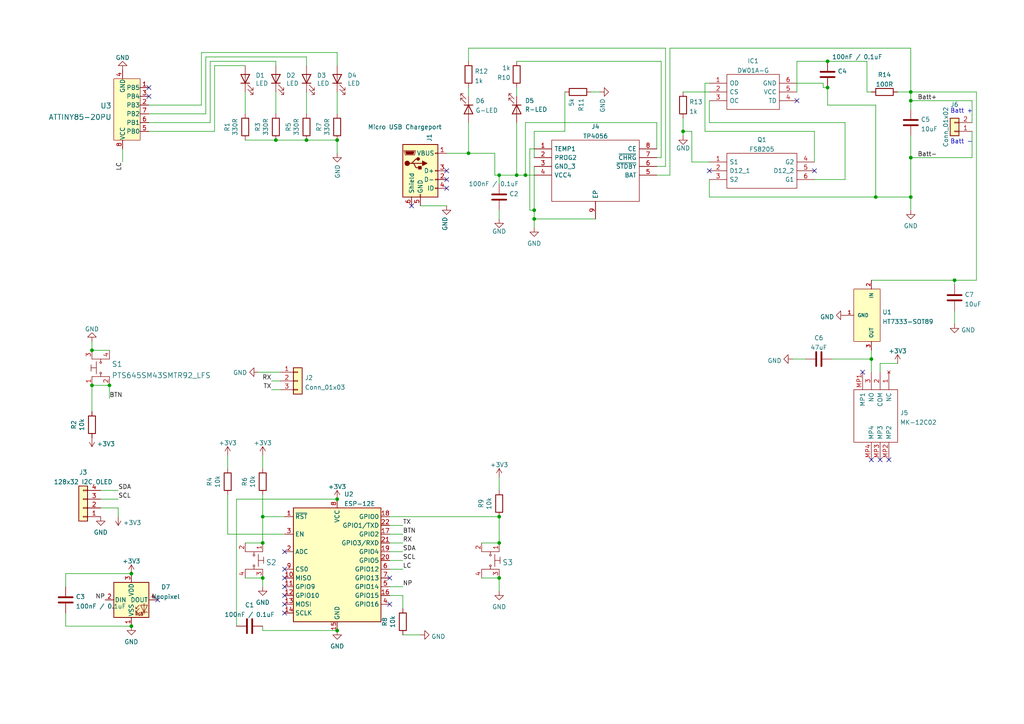
<source format=kicad_sch>
(kicad_sch (version 20211123) (generator eeschema)
  (paper "A4")
  (title_block (title "TopiBadge") (date "2022-02-12") (rev "v3.1") (comment 1 "Run of an 18650 and fixed ht7333 circuit") (comment 2 "creativecommons.org/licenses/by/4.0") (comment 3 "License: CC BY 4.0") (comment 4 "Author: Robert Postma"))
  (lib_symbols
    (symbol "BH-18650-PC:BH-18650-PC" (pin_names (offset 1.016) hide)
      (property "Reference" "BT" (at -3.81 3.81 0))
      (property "Value" "BH-18650-PC" (at -3.81 -5.08 0))
      (symbol "BH-18650-PC_0_0"
        (polyline (pts (xy -5.08 1.905) (xy -3.81 1.905)) (stroke (width 0.254)))
        (polyline (pts (xy -4.445 2.54) (xy -4.445 1.27)) (stroke (width 0.254)))
        (polyline (pts (xy -2.54 2.54) (xy -2.54 -2.54)) (stroke (width 0.254)))
        (polyline (pts (xy 0 1.27) (xy 0 -1.27)) (stroke (width 0.254)))
        (pin passive line (at 5.08 0 180) (length 5.08) (name "~") (number "N"))
        (pin passive line (at -7.62 0 0) (length 5.08) (name "~") (number "P"))
      )
    )
    (symbol "Connector:USB_B_Micro" (pin_names (offset 1.016))
      (property "Reference" "J" (at -5.08 11.43 0))
      (property "Value" "USB_B_Micro" (at -5.08 8.89 0))
      (symbol "USB_B_Micro_0_1"
        (rectangle (start -5.08 -7.62) (end 5.08 7.62) (stroke (width 0.254)) (fill (type background)))
        (circle (center -3.81 2.159) (radius 0.635) (stroke (width 0.254)) (fill (type outline)))
        (circle (center -0.635 3.429) (radius 0.381) (stroke (width 0.254)) (fill (type outline)))
        (rectangle (start -0.127 -7.62) (end 0.127 -6.858))
        (polyline (pts (xy -1.905 2.159) (xy 0.635 2.159)) (stroke (width 0.254)))
        (polyline (pts (xy -3.175 2.159) (xy -2.54 2.159) (xy -1.27 3.429) (xy -0.635 3.429)) (stroke (width 0.254)))
        (polyline (pts (xy -2.54 2.159) (xy -1.905 2.159) (xy -1.27 0.889) (xy 0 0.889)) (stroke (width 0.254)))
        (polyline (pts (xy 0.635 2.794) (xy 0.635 1.524) (xy 1.905 2.159) (xy 0.635 2.794)) (stroke (width 0.254)) (fill (type outline)))
        (polyline (pts (xy -4.318 5.588) (xy -1.778 5.588) (xy -2.032 4.826) (xy -4.064 4.826) (xy -4.318 5.588)) (fill (type outline)))
        (polyline (pts (xy -4.699 5.842) (xy -4.699 5.588) (xy -4.445 4.826) (xy -4.445 4.572) (xy -1.651 4.572) (xy -1.651 4.826) (xy -1.397 5.588) (xy -1.397 5.842) (xy -4.699 5.842)))
        (rectangle (start 0.254 1.27) (end -0.508 0.508) (stroke (width 0.254)) (fill (type outline)))
        (rectangle (start 5.08 -5.207) (end 4.318 -4.953))
        (rectangle (start 5.08 -2.667) (end 4.318 -2.413))
        (rectangle (start 5.08 -0.127) (end 4.318 0.127))
        (rectangle (start 5.08 4.953) (end 4.318 5.207))
      )
      (symbol "USB_B_Micro_1_1"
        (pin power_out line (at 7.62 5.08 180) (length 2.54) (name "VBUS") (number "1"))
        (pin bidirectional line (at 7.62 -2.54 180) (length 2.54) (name "D-") (number "2"))
        (pin bidirectional line (at 7.62 0 180) (length 2.54) (name "D+") (number "3"))
        (pin passive line (at 7.62 -5.08 180) (length 2.54) (name "ID") (number "4"))
        (pin power_out line (at 0 -10.16 90) (length 2.54) (name "GND") (number "5"))
        (pin passive line (at -2.54 -10.16 90) (length 2.54) (name "Shield") (number "6"))
      )
    )
    (symbol "Connector_Generic:Conn_01x02" (pin_names (offset 1.016) hide)
      (property "Reference" "J" (at 0 2.54 0))
      (property "Value" "Conn_01x02" (at 0 -5.08 0))
      (symbol "Conn_01x02_1_1"
        (rectangle (start -1.27 -2.413) (end 0 -2.667) (stroke (width 0.1524)))
        (rectangle (start -1.27 0.127) (end 0 -0.127) (stroke (width 0.1524)))
        (rectangle (start -1.27 1.27) (end 1.27 -3.81) (stroke (width 0.254)) (fill (type background)))
        (pin passive line (at -5.08 0 0) (length 3.81) (name "Pin_1") (number "1"))
        (pin passive line (at -5.08 -2.54 0) (length 3.81) (name "Pin_2") (number "2"))
      )
    )
    (symbol "Connector_Generic:Conn_01x03" (pin_names (offset 1.016) hide)
      (property "Reference" "J" (at 0 5.08 0))
      (property "Value" "Conn_01x03" (at 0 -5.08 0))
      (symbol "Conn_01x03_1_1"
        (rectangle (start -1.27 -2.413) (end 0 -2.667) (stroke (width 0.1524)))
        (rectangle (start -1.27 0.127) (end 0 -0.127) (stroke (width 0.1524)))
        (rectangle (start -1.27 2.667) (end 0 2.413) (stroke (width 0.1524)))
        (rectangle (start -1.27 3.81) (end 1.27 -3.81) (stroke (width 0.254)) (fill (type background)))
        (pin passive line (at -5.08 2.54 0) (length 3.81) (name "Pin_1") (number "1"))
        (pin passive line (at -5.08 0 0) (length 3.81) (name "Pin_2") (number "2"))
        (pin passive line (at -5.08 -2.54 0) (length 3.81) (name "Pin_3") (number "3"))
      )
    )
    (symbol "Connector_Generic:Conn_01x04" (pin_names (offset 1.016) hide)
      (property "Reference" "J" (at 0 5.08 0))
      (property "Value" "Conn_01x04" (at 0 -7.62 0))
      (symbol "Conn_01x04_1_1"
        (rectangle (start -1.27 -4.953) (end 0 -5.207) (stroke (width 0.1524)))
        (rectangle (start -1.27 -2.413) (end 0 -2.667) (stroke (width 0.1524)))
        (rectangle (start -1.27 0.127) (end 0 -0.127) (stroke (width 0.1524)))
        (rectangle (start -1.27 2.667) (end 0 2.413) (stroke (width 0.1524)))
        (rectangle (start -1.27 3.81) (end 1.27 -6.35) (stroke (width 0.254)) (fill (type background)))
        (pin passive line (at -5.08 2.54 0) (length 3.81) (name "Pin_1") (number "1"))
        (pin passive line (at -5.08 0 0) (length 3.81) (name "Pin_2") (number "2"))
        (pin passive line (at -5.08 -2.54 0) (length 3.81) (name "Pin_3") (number "3"))
        (pin passive line (at -5.08 -5.08 0) (length 3.81) (name "Pin_4") (number "4"))
      )
    )
    (symbol "DW01A-G:DW01A-G" (pin_names (offset 0.762))
      (property "Reference" "IC" (at 21.59 7.62 0))
      (property "Value" "DW01A-G" (at 21.59 5.08 0))
      (symbol "DW01A-G_0_0"
        (pin passive line (at 0 0 0) (length 5.08) (name "OD") (number "1"))
        (pin passive line (at 0 -2.54 0) (length 5.08) (name "CS") (number "2"))
        (pin passive line (at 0 -5.08 0) (length 5.08) (name "OC") (number "3"))
        (pin passive line (at 25.4 -5.08 180) (length 5.08) (name "TD") (number "4"))
        (pin passive line (at 25.4 -2.54 180) (length 5.08) (name "VCC") (number "5"))
        (pin passive line (at 25.4 0 180) (length 5.08) (name "GND") (number "6"))
      )
      (symbol "DW01A-G_0_1"
        (polyline (pts (xy 5.08 2.54) (xy 20.32 2.54) (xy 20.32 -7.62) (xy 5.08 -7.62) (xy 5.08 2.54)) (stroke (width 0.1524)))
      )
    )
    (symbol "Device:C" (pin_numbers hide) (pin_names (offset 0.254))
      (property "Reference" "C" (at 0.635 2.54 0))
      (property "Value" "C" (at 0.635 -2.54 0))
      (symbol "C_0_1"
        (polyline (pts (xy -2.032 -0.762) (xy 2.032 -0.762)) (stroke (width 0.508)))
        (polyline (pts (xy -2.032 0.762) (xy 2.032 0.762)) (stroke (width 0.508)))
      )
      (symbol "C_1_1"
        (pin passive line (at 0 3.81 270) (length 2.794) (name "~") (number "1"))
        (pin passive line (at 0 -3.81 90) (length 2.794) (name "~") (number "2"))
      )
    )
    (symbol "Device:LED" (pin_numbers hide) (pin_names (offset 1.016) hide)
      (property "Reference" "D" (at 0 2.54 0))
      (property "Value" "LED" (at 0 -2.54 0))
      (symbol "LED_0_1"
        (polyline (pts (xy -1.27 -1.27) (xy -1.27 1.27)) (stroke (width 0.254)))
        (polyline (pts (xy -1.27 0) (xy 1.27 0)))
        (polyline (pts (xy 1.27 -1.27) (xy 1.27 1.27) (xy -1.27 0) (xy 1.27 -1.27)) (stroke (width 0.254)))
        (polyline (pts (xy -3.048 -0.762) (xy -4.572 -2.286) (xy -3.81 -2.286) (xy -4.572 -2.286) (xy -4.572 -1.524)))
        (polyline (pts (xy -1.778 -0.762) (xy -3.302 -2.286) (xy -2.54 -2.286) (xy -3.302 -2.286) (xy -3.302 -1.524)))
      )
      (symbol "LED_1_1"
        (pin passive line (at -3.81 0 0) (length 2.54) (name "K") (number "1"))
        (pin passive line (at 3.81 0 180) (length 2.54) (name "A") (number "2"))
      )
    )
    (symbol "Device:R" (pin_numbers hide) (pin_names (offset 0))
      (property "Reference" "R" (at 2.032 0 90))
      (property "Value" "R" (at 0 0 90))
      (symbol "R_0_1"
        (rectangle (start -1.016 -2.54) (end 1.016 2.54) (stroke (width 0.254)))
      )
      (symbol "R_1_1"
        (pin passive line (at 0 3.81 270) (length 1.27) (name "~") (number "1"))
        (pin passive line (at 0 -3.81 90) (length 1.27) (name "~") (number "2"))
      )
    )
    (symbol "FS8205:FS8205" (pin_names (offset 0.762))
      (property "Reference" "Q" (at 26.67 7.62 0))
      (property "Value" "FS8205" (at 26.67 5.08 0))
      (symbol "FS8205_0_0"
        (pin passive line (at 0 0 0) (length 5.08) (name "S1") (number "1"))
        (pin passive line (at 0 -2.54 0) (length 5.08) (name "D12_1") (number "2"))
        (pin passive line (at 0 -5.08 0) (length 5.08) (name "S2") (number "3"))
        (pin passive line (at 30.48 0 180) (length 5.08) (name "G2") (number "4"))
        (pin passive line (at 30.48 -2.54 180) (length 5.08) (name "D12_2") (number "5"))
        (pin passive line (at 30.48 -5.08 180) (length 5.08) (name "G1") (number "6"))
      )
      (symbol "FS8205_0_1"
        (polyline (pts (xy 5.08 2.54) (xy 25.4 2.54) (xy 25.4 -7.62) (xy 5.08 -7.62) (xy 5.08 2.54)) (stroke (width 0.1524)))
      )
    )
    (symbol "LED:SK6812" (pin_names (offset 0.254))
      (property "Reference" "D" (at 5.08 5.715 0))
      (property "Value" "SK6812" (at 1.27 -5.715 0))
      (symbol "SK6812_0_0"
        (text "RGB" (at 2.286 -4.191 0) (effects (font (size 0.762 0.762))))
      )
      (symbol "SK6812_0_1"
        (polyline (pts (xy 1.27 -3.556) (xy 1.778 -3.556)))
        (polyline (pts (xy 1.27 -2.54) (xy 1.778 -2.54)))
        (polyline (pts (xy 4.699 -3.556) (xy 2.667 -3.556)))
        (polyline (pts (xy 2.286 -2.54) (xy 1.27 -3.556) (xy 1.27 -3.048)))
        (polyline (pts (xy 2.286 -1.524) (xy 1.27 -2.54) (xy 1.27 -2.032)))
        (polyline (pts (xy 3.683 -1.016) (xy 3.683 -3.556) (xy 3.683 -4.064)))
        (polyline (pts (xy 4.699 -1.524) (xy 2.667 -1.524) (xy 3.683 -3.556) (xy 4.699 -1.524)))
        (rectangle (start 5.08 5.08) (end -5.08 -5.08) (stroke (width 0.254)) (fill (type background)))
      )
      (symbol "SK6812_1_1"
        (pin power_in line (at 0 -7.62 90) (length 2.54) (name "VSS") (number "1"))
        (pin input line (at -7.62 0 0) (length 2.54) (name "DIN") (number "2"))
        (pin power_in line (at 0 7.62 270) (length 2.54) (name "VDD") (number "3"))
        (pin output line (at 7.62 0 180) (length 2.54) (name "DOUT") (number "4"))
      )
    )
    (symbol "MK-12C02:MK-12C02" (pin_names (offset 0.762))
      (property "Reference" "J" (at 21.59 7.62 0))
      (property "Value" "MK-12C02" (at 21.59 5.08 0))
      (symbol "MK-12C02_0_0"
        (pin no_connect line (at 0 0 0) (length 5.08) (name "NC") (number "1"))
        (pin passive line (at 0 -2.54 0) (length 5.08) (name "COM") (number "2"))
        (pin passive line (at 0 -5.08 0) (length 5.08) (name "NO") (number "3"))
        (pin passive line (at 0 -7.62 0) (length 5.08) (name "MP1") (number "MP1"))
        (pin passive line (at 25.4 0 180) (length 5.08) (name "MP2") (number "MP2"))
        (pin passive line (at 25.4 -2.54 180) (length 5.08) (name "MP3") (number "MP3"))
        (pin passive line (at 25.4 -5.08 180) (length 5.08) (name "MP4") (number "MP4"))
      )
      (symbol "MK-12C02_0_1"
        (polyline (pts (xy 5.08 2.54) (xy 20.32 2.54) (xy 20.32 -10.16) (xy 5.08 -10.16) (xy 5.08 2.54)) (stroke (width 0.1524)))
      )
    )
    (symbol "RF_Module:ESP-12E"
      (property "Reference" "U" (at -12.7 19.05 0))
      (property "Value" "ESP-12E" (at 12.7 19.05 0))
      (symbol "ESP-12E_0_1"
        (rectangle (start -12.7 17.78) (end 12.7 -15.24) (stroke (width 0.254)) (fill (type background)))
      )
      (symbol "ESP-12E_1_1"
        (pin input line (at -15.24 15.24 0) (length 2.54) (name "~{RST}") (number "1"))
        (pin bidirectional line (at -15.24 -2.54 0) (length 2.54) (name "MISO") (number "10"))
        (pin bidirectional line (at -15.24 -5.08 0) (length 2.54) (name "GPIO9") (number "11"))
        (pin bidirectional line (at -15.24 -7.62 0) (length 2.54) (name "GPIO10") (number "12"))
        (pin bidirectional line (at -15.24 -10.16 0) (length 2.54) (name "MOSI") (number "13"))
        (pin bidirectional line (at -15.24 -12.7 0) (length 2.54) (name "SCLK") (number "14"))
        (pin power_in line (at 0 -17.78 90) (length 2.54) (name "GND") (number "15"))
        (pin bidirectional line (at 15.24 -7.62 180) (length 2.54) (name "GPIO15") (number "16"))
        (pin bidirectional line (at 15.24 10.16 180) (length 2.54) (name "GPIO2") (number "17"))
        (pin bidirectional line (at 15.24 15.24 180) (length 2.54) (name "GPIO0") (number "18"))
        (pin bidirectional line (at 15.24 5.08 180) (length 2.54) (name "GPIO4") (number "19"))
        (pin input line (at -15.24 5.08 0) (length 2.54) (name "ADC") (number "2"))
        (pin bidirectional line (at 15.24 2.54 180) (length 2.54) (name "GPIO5") (number "20"))
        (pin bidirectional line (at 15.24 7.62 180) (length 2.54) (name "GPIO3/RXD") (number "21"))
        (pin bidirectional line (at 15.24 12.7 180) (length 2.54) (name "GPIO1/TXD") (number "22"))
        (pin input line (at -15.24 10.16 0) (length 2.54) (name "EN") (number "3"))
        (pin bidirectional line (at 15.24 -10.16 180) (length 2.54) (name "GPIO16") (number "4"))
        (pin bidirectional line (at 15.24 -5.08 180) (length 2.54) (name "GPIO14") (number "5"))
        (pin bidirectional line (at 15.24 0 180) (length 2.54) (name "GPIO12") (number "6"))
        (pin bidirectional line (at 15.24 -2.54 180) (length 2.54) (name "GPIO13") (number "7"))
        (pin power_in line (at 0 20.32 270) (length 2.54) (name "VCC") (number "8"))
        (pin input line (at -15.24 0 0) (length 2.54) (name "CS0") (number "9"))
      )
    )
    (symbol "TP4056:TP4056" (pin_names (offset 0.762))
      (property "Reference" "J" (at 31.75 7.62 0))
      (property "Value" "TP4056" (at 31.75 5.08 0))
      (symbol "TP4056_0_0"
        (pin passive line (at 0 0 0) (length 5.08) (name "TEMP1") (number "1"))
        (pin passive line (at 0 -2.54 0) (length 5.08) (name "PROG2") (number "2"))
        (pin passive line (at 0 -5.08 0) (length 5.08) (name "GND_3") (number "3"))
        (pin passive line (at 0 -7.62 0) (length 5.08) (name "VCC4") (number "4"))
        (pin passive line (at 35.56 -7.62 180) (length 5.08) (name "BAT") (number "5"))
        (pin passive line (at 35.56 -5.08 180) (length 5.08) (name "~{STDBY}") (number "6"))
        (pin passive line (at 35.56 -2.54 180) (length 5.08) (name "~{CHRG}") (number "7"))
        (pin passive line (at 35.56 0 180) (length 5.08) (name "CE") (number "8"))
        (pin passive line (at 17.78 -20.32 90) (length 5.08) (name "EP") (number "9"))
      )
      (symbol "TP4056_0_1"
        (polyline (pts (xy 5.08 2.54) (xy 30.48 2.54) (xy 30.48 -15.24) (xy 5.08 -15.24) (xy 5.08 2.54)) (stroke (width 0.1524)))
      )
    )
    (symbol "dk_Embedded-Microcontrollers:ATTINY85-20PU" (pin_names (offset 0.0254))
      (property "Reference" "U" (at -2.8448 8.636 0))
      (property "Value" "ATTINY85-20PU" (at 3.048 -11.43 0))
      (symbol "ATTINY85-20PU_0_1"
        (rectangle (start -2.54 7.62) (end 5.08 -10.16) (fill (type background)))
      )
      (symbol "ATTINY85-20PU_1_1"
        (pin bidirectional line (at -5.08 -7.62 0) (length 2.54) (name "PB5") (number "1"))
        (pin bidirectional line (at -5.08 -2.54 0) (length 2.54) (name "PB3") (number "2"))
        (pin bidirectional line (at -5.08 -5.08 0) (length 2.54) (name "PB4") (number "3"))
        (pin power_in line (at 2.54 -12.7 90) (length 2.54) (name "GND") (number "4"))
        (pin bidirectional line (at -5.08 5.08 0) (length 2.54) (name "PB0") (number "5"))
        (pin bidirectional line (at -5.08 2.54 0) (length 2.54) (name "PB1") (number "6"))
        (pin bidirectional line (at -5.08 0 0) (length 2.54) (name "PB2") (number "7"))
        (pin power_in line (at 2.54 10.16 270) (length 2.54) (name "VCC") (number "8"))
      )
    )
    (symbol "dk_Tactile-Switches:PTS645SM43SMTR92_LFS" (pin_names (offset 1.016))
      (property "Reference" "S" (at 0 5.08 0))
      (property "Value" "PTS645SM43SMTR92_LFS" (at 0 -5.334 0))
      (symbol "PTS645SM43SMTR92_LFS_0_1"
        (circle (center -1.524 0) (radius 0.254))
        (polyline (pts (xy -2.54 2.54) (xy -2.54 -2.54)))
        (polyline (pts (xy -1.778 0) (xy -2.54 0)))
        (polyline (pts (xy -1.778 1.27) (xy 1.778 1.27)))
        (polyline (pts (xy 2.54 -2.54) (xy 2.54 2.54)))
        (polyline (pts (xy 2.54 0) (xy 1.778 0)))
        (circle (center 1.524 0) (radius 0.254))
      )
      (symbol "PTS645SM43SMTR92_LFS_1_1"
        (polyline (pts (xy -1.016 2.794) (xy 0.889 2.794)))
        (polyline (pts (xy 0 2.794) (xy 0 1.27)))
        (pin passive line (at -5.08 2.54 0) (length 2.54) (name "~") (number "1"))
        (pin passive line (at -5.08 -2.54 0) (length 2.54) (name "~") (number "2"))
        (pin passive line (at 5.08 2.54 180) (length 2.54) (name "~") (number "3"))
        (pin passive line (at 5.08 -2.54 180) (length 2.54) (name "~") (number "4"))
      )
    )
    (symbol "eec:HT7333-SOT89" (pin_names (offset 1.016))
      (property "Reference" "U" (at 0 5.08 0))
      (property "Value" "HT7333-SOT89" (at 0 7.62 0))
      (symbol "HT7333-SOT89_1_1"
        (rectangle (start 2.54 2.54) (end 17.78 -5.08) (fill (type background)))
        (pin power_in line (at 10.16 -7.62 90) (length 2.54) (name "GND") (number "1"))
        (pin power_in line (at 0 0 0) (length 2.54) (name "IN") (number "2"))
        (pin power_in line (at 20.32 0 180) (length 2.54) (name "OUT") (number "3"))
      )
    )
    (symbol "power:+3.3V" (power) (pin_names (offset 0))
      (property "Value" "+3.3V" (at 0 3.556 0))
      (symbol "+3.3V_0_1"
        (polyline (pts (xy -0.762 1.27) (xy 0 2.54)))
        (polyline (pts (xy 0 0) (xy 0 2.54)))
        (polyline (pts (xy 0 2.54) (xy 0.762 1.27)))
      )
      (symbol "+3.3V_1_1"
        (pin power_in line (at 0 0 90) (length 0) hide (name "+3V3") (number "1"))
      )
    )
    (symbol "power:GND" (power) (pin_names (offset 0))
      (property "Value" "GND" (at 0 -3.81 0))
      (symbol "GND_0_1"
        (polyline (pts (xy 0 0) (xy 0 -1.27) (xy 1.27 -1.27) (xy 0 -2.54) (xy -1.27 -1.27) (xy 0 -1.27)))
      )
      (symbol "GND_1_1"
        (pin power_in line (at 0 0 270) (length 0) hide (name "GND") (number "1"))
      )
    )
  )
  (junction (at 144.78 167.64))
  (junction (at 97.79 40.64))
  (junction (at 135.89 44.45))
  (junction (at 240.03 17.78))
  (junction (at 38.1 166.37))
  (junction (at 76.2 149.86))
  (junction (at 38.1 181.61))
  (junction (at 198.12 38.1))
  (junction (at 97.79 182.88))
  (junction (at 276.86 81.28))
  (junction (at 264.16 26.67))
  (junction (at 264.16 45.72))
  (junction (at 154.94 60.96))
  (junction (at 144.78 157.48))
  (junction (at 144.78 149.86))
  (junction (at 264.16 57.15))
  (junction (at 154.94 63.5))
  (junction (at 88.9 40.64))
  (junction (at 252.73 104.14))
  (junction (at 31.75 111.76))
  (junction (at 97.79 144.78))
  (junction (at 144.78 50.8))
  (junction (at 152.4 50.8))
  (junction (at 26.67 111.76))
  (junction (at 80.01 40.64))
  (junction (at 264.16 29.21))
  (junction (at 76.2 167.64))
  (junction (at 149.86 50.8))
  (junction (at 26.67 101.6))
  (junction (at 240.03 25.4))
  (junction (at 76.2 157.48))
  (junction (at 254 57.15))
  (no_connect (at 250.19 107.95))
  (no_connect (at 252.73 133.35))
  (no_connect (at 257.81 133.35))
  (no_connect (at 255.27 133.35))
  (no_connect (at 113.03 175.26))
  (no_connect (at 119.38 59.69))
  (no_connect (at 129.54 54.61))
  (no_connect (at 236.22 49.53))
  (no_connect (at 205.74 49.53))
  (no_connect (at 231.14 29.21))
  (no_connect (at 82.55 177.8))
  (no_connect (at 113.03 167.64))
  (no_connect (at 82.55 160.02))
  (no_connect (at 82.55 165.1))
  (no_connect (at 82.55 167.64))
  (no_connect (at 82.55 170.18))
  (no_connect (at 82.55 172.72))
  (no_connect (at 82.55 175.26))
  (no_connect (at 45.72 173.99))
  (no_connect (at 129.54 52.07))
  (no_connect (at 129.54 49.53))
  (no_connect (at 43.18 25.4))
  (no_connect (at 43.18 27.94))
  (wire (pts (xy 241.3 104.14) (xy 252.73 104.14)))
  (wire (pts (xy 66.04 132.08) (xy 66.04 135.89)))
  (wire (pts (xy 82.55 154.94) (xy 66.04 154.94)))
  (wire (pts (xy 163.83 38.1) (xy 163.83 26.67)))
  (wire (pts (xy 240.03 17.78) (xy 251.46 17.78)))
  (wire (pts (xy 198.12 34.29) (xy 198.12 38.1)))
  (wire (pts (xy 153.67 43.18) (xy 153.67 60.96)))
  (wire (pts (xy 58.42 30.48) (xy 58.42 15.24)))
  (wire (pts (xy 76.2 182.88) (xy 76.2 181.61)))
  (wire (pts (xy 281.94 29.21) (xy 281.94 35.56)))
  (wire (pts (xy 193.04 13.97) (xy 193.04 48.26)))
  (wire (pts (xy 29.21 142.24) (xy 34.29 142.24)))
  (wire (pts (xy 113.03 165.1) (xy 116.84 165.1)))
  (wire (pts (xy 43.18 35.56) (xy 60.96 35.56)))
  (wire (pts (xy 97.79 182.88) (xy 76.2 182.88)))
  (wire (pts (xy 200.66 46.99) (xy 200.66 38.1)))
  (wire (pts (xy 60.96 17.78) (xy 80.01 17.78)))
  (wire (pts (xy 205.74 52.07) (xy 205.74 57.15)))
  (wire (pts (xy 260.35 26.67) (xy 264.16 26.67)))
  (wire (pts (xy 135.89 44.45) (xy 143.51 44.45)))
  (wire (pts (xy 236.22 52.07) (xy 245.11 52.07)))
  (wire (pts (xy 276.86 90.17) (xy 276.86 93.98)))
  (wire (pts (xy 251.46 26.67) (xy 252.73 26.67)))
  (wire (pts (xy 254 30.48) (xy 254 57.15)))
  (wire (pts (xy 255.27 105.41) (xy 260.35 105.41)))
  (wire (pts (xy 19.05 166.37) (xy 38.1 166.37)))
  (wire (pts (xy 149.86 50.8) (xy 152.4 50.8)))
  (wire (pts (xy 264.16 26.67) (xy 264.16 29.21)))
  (wire (pts (xy 264.16 57.15) (xy 264.16 60.96)))
  (wire (pts (xy 149.86 35.56) (xy 149.86 50.8)))
  (wire (pts (xy 144.78 50.8) (xy 144.78 53.34)))
  (wire (pts (xy 205.74 35.56) (xy 205.74 29.21)))
  (wire (pts (xy 252.73 104.14) (xy 252.73 107.95)))
  (wire (pts (xy 135.89 25.4) (xy 135.89 27.94)))
  (wire (pts (xy 191.77 17.78) (xy 191.77 45.72)))
  (wire (pts (xy 19.05 170.18) (xy 19.05 166.37)))
  (wire (pts (xy 264.16 39.37) (xy 264.16 45.72)))
  (wire (pts (xy 26.67 111.76) (xy 31.75 111.76)))
  (wire (pts (xy 171.45 26.67) (xy 173.99 26.67)))
  (wire (pts (xy 144.78 50.8) (xy 149.86 50.8)))
  (wire (pts (xy 149.86 17.78) (xy 191.77 17.78)))
  (wire (pts (xy 71.12 26.67) (xy 71.12 33.02)))
  (wire (pts (xy 153.67 60.96) (xy 154.94 60.96)))
  (wire (pts (xy 264.16 29.21) (xy 264.16 31.75)))
  (wire (pts (xy 26.67 111.76) (xy 26.67 119.38)))
  (wire (pts (xy 62.23 38.1) (xy 62.23 19.05)))
  (wire (pts (xy 194.31 50.8) (xy 194.31 13.97)))
  (wire (pts (xy 113.03 157.48) (xy 116.84 157.48)))
  (wire (pts (xy 149.86 25.4) (xy 149.86 27.94)))
  (wire (pts (xy 26.67 99.06) (xy 26.67 101.6)))
  (wire (pts (xy 251.46 17.78) (xy 251.46 26.67)))
  (wire (pts (xy 31.75 111.76) (xy 31.75 115.57)))
  (wire (pts (xy 231.14 17.78) (xy 231.14 26.67)))
  (wire (pts (xy 121.92 59.69) (xy 129.54 59.69)))
  (wire (pts (xy 236.22 46.99) (xy 236.22 38.1)))
  (wire (pts (xy 231.14 24.13) (xy 238.76 24.13)))
  (wire (pts (xy 74.93 107.95) (xy 81.28 107.95)))
  (wire (pts (xy 144.78 149.86) (xy 144.78 157.48)))
  (wire (pts (xy 154.94 43.18) (xy 153.67 43.18)))
  (wire (pts (xy 80.01 26.67) (xy 80.01 33.02)))
  (wire (pts (xy 76.2 143.51) (xy 76.2 149.86)))
  (wire (pts (xy 154.94 63.5) (xy 172.72 63.5)))
  (wire (pts (xy 198.12 26.67) (xy 205.74 26.67)))
  (wire (pts (xy 194.31 13.97) (xy 264.16 13.97)))
  (wire (pts (xy 19.05 177.8) (xy 19.05 181.61)))
  (wire (pts (xy 264.16 29.21) (xy 281.94 29.21)))
  (wire (pts (xy 205.74 57.15) (xy 254 57.15)))
  (wire (pts (xy 255.27 107.95) (xy 255.27 105.41)))
  (wire (pts (xy 59.69 33.02) (xy 59.69 16.51)))
  (wire (pts (xy 35.56 43.18) (xy 35.56 46.99)))
  (wire (pts (xy 139.7 167.64) (xy 144.78 167.64)))
  (wire (pts (xy 152.4 35.56) (xy 152.4 50.8)))
  (wire (pts (xy 78.74 113.03) (xy 81.28 113.03)))
  (wire (pts (xy 113.03 160.02) (xy 116.84 160.02)))
  (wire (pts (xy 264.16 45.72) (xy 281.94 45.72)))
  (wire (pts (xy 264.16 45.72) (xy 264.16 57.15)))
  (wire (pts (xy 88.9 33.02) (xy 88.9 26.67)))
  (wire (pts (xy 154.94 60.96) (xy 154.94 63.5)))
  (wire (pts (xy 238.76 25.4) (xy 240.03 25.4)))
  (wire (pts (xy 238.76 24.13) (xy 238.76 25.4)))
  (wire (pts (xy 200.66 38.1) (xy 198.12 38.1)))
  (wire (pts (xy 76.2 132.08) (xy 76.2 135.89)))
  (wire (pts (xy 154.94 63.5) (xy 154.94 66.04)))
  (wire (pts (xy 76.2 149.86) (xy 82.55 149.86)))
  (wire (pts (xy 281.94 45.72) (xy 281.94 38.1)))
  (wire (pts (xy 139.7 157.48) (xy 144.78 157.48)))
  (wire (pts (xy 205.74 46.99) (xy 200.66 46.99)))
  (wire (pts (xy 97.79 40.64) (xy 97.79 44.45)))
  (wire (pts (xy 76.2 167.64) (xy 76.2 170.18)))
  (wire (pts (xy 236.22 38.1) (xy 204.47 38.1)))
  (wire (pts (xy 113.03 172.72) (xy 116.84 172.72)))
  (wire (pts (xy 19.05 181.61) (xy 38.1 181.61)))
  (wire (pts (xy 283.21 26.67) (xy 283.21 81.28)))
  (wire (pts (xy 240.03 30.48) (xy 254 30.48)))
  (wire (pts (xy 97.79 15.24) (xy 97.79 19.05)))
  (wire (pts (xy 113.03 149.86) (xy 144.78 149.86)))
  (wire (pts (xy 198.12 38.1) (xy 198.12 39.37)))
  (wire (pts (xy 29.21 147.32) (xy 34.29 147.32)))
  (wire (pts (xy 190.5 50.8) (xy 194.31 50.8)))
  (wire (pts (xy 276.86 81.28) (xy 276.86 82.55)))
  (wire (pts (xy 144.78 138.43) (xy 144.78 142.24)))
  (wire (pts (xy 154.94 38.1) (xy 154.94 45.72)))
  (wire (pts (xy 80.01 17.78) (xy 80.01 19.05)))
  (wire (pts (xy 60.96 35.56) (xy 60.96 17.78)))
  (wire (pts (xy 231.14 17.78) (xy 240.03 17.78)))
  (wire (pts (xy 116.84 172.72) (xy 116.84 176.53)))
  (wire (pts (xy 26.67 101.6) (xy 31.75 101.6)))
  (wire (pts (xy 143.51 44.45) (xy 143.51 50.8)))
  (wire (pts (xy 76.2 149.86) (xy 76.2 157.48)))
  (wire (pts (xy 143.51 50.8) (xy 144.78 50.8)))
  (wire (pts (xy 135.89 35.56) (xy 135.89 44.45)))
  (wire (pts (xy 193.04 48.26) (xy 190.5 48.26)))
  (wire (pts (xy 204.47 38.1) (xy 204.47 24.13)))
  (wire (pts (xy 252.73 101.6) (xy 252.73 104.14)))
  (wire (pts (xy 191.77 45.72) (xy 190.5 45.72)))
  (wire (pts (xy 43.18 30.48) (xy 58.42 30.48)))
  (wire (pts (xy 245.11 52.07) (xy 245.11 35.56)))
  (wire (pts (xy 71.12 167.64) (xy 76.2 167.64)))
  (wire (pts (xy 97.79 144.78) (xy 68.58 144.78)))
  (wire (pts (xy 154.94 48.26) (xy 154.94 60.96)))
  (wire (pts (xy 135.89 13.97) (xy 193.04 13.97)))
  (wire (pts (xy 113.03 154.94) (xy 116.84 154.94)))
  (wire (pts (xy 154.94 38.1) (xy 163.83 38.1)))
  (wire (pts (xy 78.74 110.49) (xy 81.28 110.49)))
  (wire (pts (xy 204.47 24.13) (xy 205.74 24.13)))
  (wire (pts (xy 152.4 50.8) (xy 154.94 50.8)))
  (wire (pts (xy 71.12 40.64) (xy 80.01 40.64)))
  (wire (pts (xy 34.29 147.32) (xy 34.29 149.86)))
  (wire (pts (xy 116.84 184.15) (xy 121.92 184.15)))
  (wire (pts (xy 59.69 16.51) (xy 88.9 16.51)))
  (wire (pts (xy 240.03 25.4) (xy 240.03 30.48)))
  (wire (pts (xy 190.5 35.56) (xy 152.4 35.56)))
  (wire (pts (xy 97.79 33.02) (xy 97.79 26.67)))
  (wire (pts (xy 66.04 154.94) (xy 66.04 143.51)))
  (wire (pts (xy 43.18 38.1) (xy 62.23 38.1)))
  (wire (pts (xy 264.16 13.97) (xy 264.16 26.67)))
  (wire (pts (xy 135.89 17.78) (xy 135.89 13.97)))
  (wire (pts (xy 229.87 104.14) (xy 233.68 104.14)))
  (wire (pts (xy 144.78 167.64) (xy 144.78 171.45)))
  (wire (pts (xy 245.11 35.56) (xy 205.74 35.56)))
  (wire (pts (xy 88.9 40.64) (xy 97.79 40.64)))
  (wire (pts (xy 276.86 81.28) (xy 252.73 81.28)))
  (wire (pts (xy 129.54 44.45) (xy 135.89 44.45)))
  (wire (pts (xy 113.03 170.18) (xy 116.84 170.18)))
  (wire (pts (xy 113.03 152.4) (xy 116.84 152.4)))
  (wire (pts (xy 190.5 43.18) (xy 190.5 35.56)))
  (wire (pts (xy 113.03 162.56) (xy 116.84 162.56)))
  (wire (pts (xy 80.01 40.64) (xy 88.9 40.64)))
  (wire (pts (xy 43.18 33.02) (xy 59.69 33.02)))
  (wire (pts (xy 88.9 16.51) (xy 88.9 19.05)))
  (wire (pts (xy 264.16 26.67) (xy 283.21 26.67)))
  (wire (pts (xy 68.58 144.78) (xy 68.58 181.61)))
  (wire (pts (xy 283.21 81.28) (xy 276.86 81.28)))
  (wire (pts (xy 144.78 60.96) (xy 144.78 63.5)))
  (wire (pts (xy 254 57.15) (xy 264.16 57.15)))
  (wire (pts (xy 71.12 157.48) (xy 76.2 157.48)))
  (wire (pts (xy 58.42 15.24) (xy 97.79 15.24)))
  (wire (pts (xy 29.21 144.78) (xy 34.29 144.78)))
  (wire (pts (xy 62.23 19.05) (xy 71.12 19.05)))
  (text "Batt -" (at 275.59 41.91 0) (effects (font (size 1.27 1.27)) (justify left bottom)))
  (text "Batt +" (at 275.59 33.02 0) (effects (font (size 1.27 1.27)) (justify left bottom)))
  (label "SDA" (at 34.29 142.24 0))
  (label "RX" (at 116.84 157.48 0))
  (label "BTN" (at 116.84 154.94 0))
  (label "BTN" (at 31.75 115.57 0))
  (label "SCL" (at 116.84 162.56 0))
  (label "Batt-" (at 271.78 45.72 180))
  (label "TX" (at 78.74 113.03 180))
  (label "SCL" (at 34.29 144.78 0))
  (label "LC" (at 116.84 165.1 0))
  (label "NP" (at 30.48 173.99 180))
  (label "Batt+" (at 271.78 29.21 180))
  (label "SDA" (at 116.84 160.02 0))
  (label "TX" (at 116.84 152.4 0))
  (label "LC" (at 35.56 46.99 270))
  (label "NP" (at 116.84 170.18 0))
  (label "RX" (at 78.74 110.49 180))
  (symbol (lib_id "Device:LED") (at 71.12 22.86 90) (unit 1)
    (property "Reference" "D1" (at 74.1172 21.8694 90) (effects (justify right)))
    (property "Value" "LED" (at 74.1172 24.1808 90) (effects (justify right)))
    (property "Footprint" "LED_SMD:LED_0805_2012Metric_Pad1.15x1.40mm_HandSolder" (effects hide))
  )
  (symbol (lib_id "Device:LED") (at 80.01 22.86 90) (unit 1)
    (property "Reference" "D2" (at 83.0072 21.8694 90) (effects (justify right)))
    (property "Value" "LED" (at 83.0072 24.1808 90) (effects (justify right)))
    (property "Footprint" "LED_SMD:LED_0805_2012Metric_Pad1.15x1.40mm_HandSolder" (effects hide))
  )
  (symbol (lib_id "Device:LED") (at 88.9 22.86 90) (unit 1)
    (property "Reference" "D3" (at 91.8972 21.8694 90) (effects (justify right)))
    (property "Value" "LED" (at 91.8972 24.1808 90) (effects (justify right)))
    (property "Footprint" "LED_SMD:LED_0805_2012Metric_Pad1.15x1.40mm_HandSolder" (effects hide))
  )
  (symbol (lib_id "Device:LED") (at 97.79 22.86 90) (unit 1)
    (property "Reference" "D4" (at 100.7872 21.8694 90) (effects (justify right)))
    (property "Value" "LED" (at 100.7872 24.1808 90) (effects (justify right)))
    (property "Footprint" "LED_SMD:LED_0805_2012Metric_Pad1.15x1.40mm_HandSolder" (effects hide))
  )
  (symbol (lib_id "Device:R") (at 71.12 36.83 0) (unit 1)
    (property "Reference" "R1" (at 65.8622 36.83 90))
    (property "Value" "330R" (at 68.1736 36.83 90))
    (property "Footprint" "Resistor_SMD:R_0805_2012Metric_Pad1.20x1.40mm_HandSolder" (effects hide))
  )
  (symbol (lib_id "Device:R") (at 80.01 36.83 0) (unit 1)
    (property "Reference" "R3" (at 74.7522 36.83 90))
    (property "Value" "330R" (at 77.0636 36.83 90))
    (property "Footprint" "Resistor_SMD:R_0805_2012Metric_Pad1.20x1.40mm_HandSolder" (effects hide))
  )
  (symbol (lib_id "Device:R") (at 88.9 36.83 0) (unit 1)
    (property "Reference" "R5" (at 83.6422 36.83 90))
    (property "Value" "330R" (at 85.9536 36.83 90))
    (property "Footprint" "Resistor_SMD:R_0805_2012Metric_Pad1.20x1.40mm_HandSolder" (effects hide))
  )
  (symbol (lib_id "Device:R") (at 97.79 36.83 0) (unit 1)
    (property "Reference" "R7" (at 92.5322 36.83 90))
    (property "Value" "330R" (at 94.8436 36.83 90))
    (property "Footprint" "Resistor_SMD:R_0805_2012Metric_Pad1.20x1.40mm_HandSolder" (effects hide))
  )
  (symbol (lib_id "power:GND") (at 97.79 44.45 0) (unit 1)
    (property "Reference" "#PWR07" (effects hide))
    (property "Value" "GND" (at 97.917 47.7012 90) (effects (justify right)))
  )
  (symbol (lib_id "Connector:USB_B_Micro") (at 121.92 49.53 0) (unit 1)
    (property "Reference" "J1" (at 124.5362 41.148 90) (effects (justify left)))
    (property "Value" "Micro USB Chargeport" (at 106.68 36.83 0) (effects (justify left)))
    (property "Footprint" "digikey-footprints:USB_Micro_B_Female_10118194-0001LF" (effects hide))
  )
  (symbol (lib_id "power:GND") (at 245.11 91.44 270) (unit 1)
    (property "Reference" "#PWR027" (effects hide))
    (property "Value" "GND" (at 241.9351 91.919 90) (effects (justify right)))
  )
  (symbol (lib_id "power:+3.3V") (at 66.04 132.08 0) (unit 1)
    (property "Reference" "#PWR06" (effects hide))
    (property "Value" "+3.3V" (at 66.04 128.4755 0))
  )
  (symbol (lib_id "power:+3.3V") (at 97.79 144.78 0) (unit 1)
    (property "Reference" "#PWR011" (effects hide))
    (property "Value" "+3.3V" (at 97.79 141.1755 0))
  )
  (symbol (lib_id "Device:C") (at 276.86 86.36 180) (unit 1)
    (property "Reference" "C7" (at 279.781 85.4515 0) (effects (justify right)))
    (property "Value" "10uF" (at 279.781 88.2266 0) (effects (justify right)))
    (property "Footprint" "Capacitor_SMD:C_0805_2012Metric_Pad1.18x1.45mm_HandSolder" (effects hide))
  )
  (symbol (lib_id "Device:R") (at 26.67 123.19 0) (unit 1)
    (property "Reference" "R2" (at 21.4122 123.19 90))
    (property "Value" "10k" (at 23.7236 123.19 90))
    (property "Footprint" "Resistor_SMD:R_0805_2012Metric_Pad1.20x1.40mm_HandSolder" (effects hide))
  )
  (symbol (lib_id "power:GND") (at 38.1 181.61 0) (unit 1)
    (property "Reference" "#PWR023" (effects hide))
    (property "Value" "GND" (at 38.1 186.1725 0))
  )
  (symbol (lib_id "Device:R") (at 135.89 21.59 0) (unit 1)
    (property "Reference" "R12" (at 137.668 20.6815 0) (effects (justify left)))
    (property "Value" "1k" (at 137.668 23.4566 0) (effects (justify left)))
    (property "Footprint" "Resistor_SMD:R_0805_2012Metric_Pad1.20x1.40mm_HandSolder" (effects hide))
  )
  (symbol (lib_id "power:+3.3V") (at 34.29 149.86 180) (unit 1)
    (property "Reference" "#PWR03" (effects hide))
    (property "Value" "+3.3V" (at 35.687 151.609 0) (effects (justify right)))
  )
  (symbol (lib_id "Device:R") (at 256.54 26.67 270) (unit 1)
    (property "Reference" "R14" (at 256.54 21.6875 90))
    (property "Value" "100R" (at 256.54 24.4626 90))
    (property "Footprint" "Resistor_SMD:R_0805_2012Metric_Pad1.20x1.40mm_HandSolder" (effects hide))
  )
  (symbol (lib_id "power:+3.3V") (at 26.67 127 180) (unit 1)
    (property "Reference" "#PWR01" (effects hide))
    (property "Value" "+3.3V" (at 28.067 128.749 0) (effects (justify right)))
  )
  (symbol (lib_id "BH-18650-PC:BH-18650-PC") (at 303.53 39.37 270) (unit 1)
    (property "Reference" "BT1" (at 306.832 35.9215 90) (effects (justify left)))
    (property "Value" "BH-18650-PC" (at 306.832 38.6966 90) (effects (justify left)))
    (property "Footprint" "user-footprints:BAT_BH-18650-PC" (effects hide))
    (property "MANUFACTURER" "MPD" (effects hide))
    (property "PARTREV" "05/17/19" (effects hide))
    (property "STANDARD" "Manufacturer Recommendation" (effects hide))
    (property "MAXIMUM_PACKAGE_HEIGHT" "21.31mm" (effects hide))
  )
  (symbol (lib_id "eec:HT7333-SOT89") (at 252.73 81.28 270) (unit 1)
    (property "Reference" "U1" (at 255.905 90.5315 90) (effects (justify left)))
    (property "Value" "HT7333-SOT89" (at 255.905 93.3066 90) (effects (justify left)))
    (property "Footprint" "Custom:Holtek-HT7333-SOT89-Level_A" (effects hide))
    (property "Code  IPC" "SOT89" (effects hide))
    (property "Datasheet Version" "Rev1.4, Jan-2006" (effects hide))
    (property "Package Description" "3-Pin SOT-89 Package 1.5 mm Pitch, 4.1 mm Lead Span" (effects hide))
    (property "Package Version" "May-2010" (effects hide))
    (property "category" "IC" (effects hide))
    (property "ciiva ids" "21175933" (effects hide))
    (property "library id" "1b11600c4ccb58f1" (effects hide))
    (property "manufacturer" "Holtek" (effects hide))
    (property "package" "SOT89" (effects hide))
    (property "release date" "1305246795" (effects hide))
    (property "vault revision" "F8293DF1-D866-4B63-AB46-895FB8D7549D" (effects hide))
    (property "imported" "yes" (effects hide))
  )
  (symbol (lib_id "power:GND") (at 276.86 93.98 0) (unit 1)
    (property "Reference" "#PWR015" (effects hide))
    (property "Value" "GND" (at 278.765 95.729 0) (effects (justify left)))
  )
  (symbol (lib_id "power:GND") (at 29.21 149.86 0) (unit 1)
    (property "Reference" "#PWR010" (effects hide))
    (property "Value" "GND" (at 29.21 154.4225 0))
  )
  (symbol (lib_id "dk_Embedded-Microcontrollers:ATTINY85-20PU") (at 38.1 33.02 180) (unit 1)
    (property "Reference" "U3" (at 32.385 30.6853 0) (effects (font (size 1.524 1.524)) (justify left)))
    (property "Value" "ATTINY85-20PU" (at 32.385 33.9643 0) (effects (font (size 1.524 1.524)) (justify left)))
    (property "Footprint" "digikey-footprints:DIP-8_W7.62mm" (effects hide))
    (property "Datasheet" "http://www.microchip.com/mymicrochip/filehandler.aspx?ddocname=en589894" (effects hide))
    (property "Digi-Key_PN" "ATTINY85-20PU-ND" (effects hide))
    (property "MPN" "ATTINY85-20PU" (effects hide))
    (property "Category" "Integrated Circuits (ICs)" (effects hide))
    (property "Family" "Embedded - Microcontrollers" (effects hide))
    (property "DK_Datasheet_Link" "http://www.microchip.com/mymicrochip/filehandler.aspx?ddocname=en589894" (effects hide))
    (property "DK_Detail_Page" "/product-detail/en/microchip-technology/ATTINY85-20PU/ATTINY85-20PU-ND/735469" (effects hide))
    (property "Description" "IC MCU 8BIT 8KB FLASH 8DIP" (effects hide))
    (property "Manufacturer" "Microchip Technology" (effects hide))
    (property "Status" "Active" (effects hide))
  )
  (symbol (lib_id "power:GND") (at 97.79 182.88 0) (unit 1)
    (property "Reference" "#PWR013" (effects hide))
    (property "Value" "GND" (at 97.79 187.4425 0))
  )
  (symbol (lib_id "power:GND") (at 74.93 107.95 270) (unit 1)
    (property "Reference" "#PWR02" (effects hide))
    (property "Value" "GND" (at 71.6788 108.077 90) (effects (justify right)))
  )
  (symbol (lib_id "Connector_Generic:Conn_01x04") (at 24.13 147.32 180) (unit 1)
    (property "Reference" "J3" (at 24.13 137.0035 0))
    (property "Value" "128x32 I2C OLED" (at 24.13 139.7786 0))
    (property "Footprint" "Connector_PinSocket_2.54mm:PinSocket_1x04_P2.54mm_Vertical" (effects hide))
  )
  (symbol (lib_id "power:GND") (at 76.2 170.18 0) (unit 1)
    (property "Reference" "#PWR09" (effects hide))
    (property "Value" "GND" (at 76.2 174.7425 0))
  )
  (symbol (lib_id "Device:R") (at 167.64 26.67 270) (unit 1)
    (property "Reference" "R11" (at 168.5485 28.448 0) (effects (justify left)))
    (property "Value" "5k" (at 165.7734 28.448 0) (effects (justify left)))
    (property "Footprint" "Resistor_SMD:R_0805_2012Metric_Pad1.20x1.40mm_HandSolder" (effects hide))
  )
  (symbol (lib_id "Device:C") (at 237.49 104.14 90) (unit 1)
    (property "Reference" "C6" (at 237.49 98.0145 90))
    (property "Value" "47uF" (at 237.49 100.7896 90))
    (property "Footprint" "Capacitor_SMD:C_0805_2012Metric_Pad1.18x1.45mm_HandSolder" (effects hide))
  )
  (symbol (lib_id "Device:R") (at 149.86 21.59 180) (unit 1)
    (property "Reference" "R10" (at 148.082 22.4985 0) (effects (justify left)))
    (property "Value" "1k" (at 148.082 19.7234 0) (effects (justify left)))
    (property "Footprint" "Resistor_SMD:R_0805_2012Metric_Pad1.20x1.40mm_HandSolder" (effects hide))
  )
  (symbol (lib_id "Connector_Generic:Conn_01x03") (at 86.36 110.49 0) (unit 1)
    (property "Reference" "J2" (at 88.392 109.5815 0) (effects (justify left)))
    (property "Value" "Conn_01x03" (at 88.392 112.3566 0) (effects (justify left)))
    (property "Footprint" "Connector_PinSocket_2.54mm:PinSocket_1x03_P2.54mm_Horizontal" (effects hide))
  )
  (symbol (lib_id "Device:R") (at 144.78 146.05 0) (unit 1)
    (property "Reference" "R9" (at 139.5222 146.05 90))
    (property "Value" "10k" (at 141.8336 146.05 90))
    (property "Footprint" "Resistor_SMD:R_0805_2012Metric_Pad1.20x1.40mm_HandSolder" (effects hide))
  )
  (symbol (lib_id "Device:R") (at 66.04 139.7 0) (unit 1)
    (property "Reference" "R4" (at 60.7822 139.7 90))
    (property "Value" "10k" (at 63.0936 139.7 90))
    (property "Footprint" "Resistor_SMD:R_0805_2012Metric_Pad1.20x1.40mm_HandSolder" (effects hide))
  )
  (symbol (lib_id "DW01A-G:DW01A-G") (at 205.74 24.13 0) (unit 1)
    (property "Reference" "IC1" (at 218.44 17.6743 0))
    (property "Value" "DW01A-G" (at 218.44 20.4494 0))
    (property "Footprint" "user-footprints:SOT95P280X135-6N" (effects hide))
    (property "Datasheet" "http://acoptex.com/uploads/DW01A.pdf" (effects hide))
    (property "Description" "One Cell Lithium-ion/Polymer Battery Protection IC" (effects hide))
    (property "Height" "1.35" (effects hide))
    (property "Manufacturer_Name" "Fortune Semiconductor Corporation" (effects hide))
    (property "Manufacturer_Part_Number" "DW01A-G" (effects hide))
  )
  (symbol (lib_id "power:+3.3V") (at 144.78 138.43 0) (unit 1)
    (property "Reference" "#PWR016" (effects hide))
    (property "Value" "+3.3V" (at 144.78 134.8255 0))
  )
  (symbol (lib_id "power:GND") (at 144.78 63.5 0) (unit 1)
    (property "Reference" "#PWR017" (effects hide))
    (property "Value" "GND" (at 144.78 67.1045 0))
  )
  (symbol (lib_id "power:GND") (at 129.54 59.69 0) (unit 1)
    (property "Reference" "#PWR018" (effects hide))
    (property "Value" "GND" (at 129.061 62.865 90) (effects (justify right)))
  )
  (symbol (lib_id "FS8205:FS8205") (at 205.74 46.99 0) (unit 1)
    (property "Reference" "Q1" (at 220.98 40.5343 0))
    (property "Value" "FS8205" (at 220.98 43.3094 0))
    (property "Footprint" "user-footprints:FS8205" (effects hide))
    (property "Datasheet" "https://www.ic-fortune.com/upload/Download/FS8205-DS-19_EN.pdf" (effects hide))
    (property "Description" "DUAL N-CHANNEL ENHANCEMENT MODE POWER MOFSET" (effects hide))
    (property "Height" "1" (effects hide))
    (property "Manufacturer_Name" "Fortune Semiconductor Corporation" (effects hide))
    (property "Manufacturer_Part_Number" "FS8205" (effects hide))
  )
  (symbol (lib_id "dk_Tactile-Switches:PTS645SM43SMTR92_LFS") (at 142.24 162.56 270) (unit 1)
    (property "Reference" "S3" (at 145.669 163.1348 90) (effects (font (size 1.524 1.524)) (justify left)))
    (property "Value" "PTS645SM43SMTR92_LFS" (effects hide))
    (property "Footprint" "digikey-footprints:Switch_Tactile_SMD_6x6mm_PTS645" (effects hide))
    (property "Datasheet" "https://www.ckswitches.com/media/1471/pts645.pdf" (effects hide))
    (property "Digi-Key_PN" "CKN9112CT-ND" (effects hide))
    (property "MPN" "PTS645SM43SMTR92 LFS" (effects hide))
    (property "Category" "Switches" (effects hide))
    (property "Family" "Tactile Switches" (effects hide))
    (property "DK_Datasheet_Link" "https://www.ckswitches.com/media/1471/pts645.pdf" (effects hide))
    (property "DK_Detail_Page" "/product-detail/en/c-k/PTS645SM43SMTR92-LFS/CKN9112CT-ND/1146934" (effects hide))
    (property "Description" "SWITCH TACTILE SPST-NO 0.05A 12V" (effects hide))
    (property "Manufacturer" "C&K" (effects hide))
    (property "Status" "Active" (effects hide))
  )
  (symbol (lib_id "dk_Tactile-Switches:PTS645SM43SMTR92_LFS") (at 73.66 162.56 270) (unit 1)
    (property "Reference" "S2" (at 77.089 163.1348 90) (effects (font (size 1.524 1.524)) (justify left)))
    (property "Value" "PTS645SM43SMTR92_LFS" (effects hide))
    (property "Footprint" "digikey-footprints:Switch_Tactile_SMD_6x6mm_PTS645" (effects hide))
    (property "Datasheet" "https://www.ckswitches.com/media/1471/pts645.pdf" (effects hide))
    (property "Digi-Key_PN" "CKN9112CT-ND" (effects hide))
    (property "MPN" "PTS645SM43SMTR92 LFS" (effects hide))
    (property "Category" "Switches" (effects hide))
    (property "Family" "Tactile Switches" (effects hide))
    (property "DK_Datasheet_Link" "https://www.ckswitches.com/media/1471/pts645.pdf" (effects hide))
    (property "DK_Detail_Page" "/product-detail/en/c-k/PTS645SM43SMTR92-LFS/CKN9112CT-ND/1146934" (effects hide))
    (property "Description" "SWITCH TACTILE SPST-NO 0.05A 12V" (effects hide))
    (property "Manufacturer" "C&K" (effects hide))
    (property "Status" "Active" (effects hide))
  )
  (symbol (lib_id "power:GND") (at 229.87 104.14 270) (unit 1)
    (property "Reference" "#PWR014" (effects hide))
    (property "Value" "GND" (at 226.6951 104.619 90) (effects (justify right)))
  )
  (symbol (lib_id "power:GND") (at 264.16 60.96 0) (unit 1)
    (property "Reference" "#PWR0102" (effects hide))
    (property "Value" "GND" (at 264.16 65.5225 0))
  )
  (symbol (lib_id "Device:R") (at 116.84 180.34 0) (unit 1)
    (property "Reference" "R8" (at 111.5822 180.34 90))
    (property "Value" "10k" (at 113.8936 180.34 90))
    (property "Footprint" "Resistor_SMD:R_0805_2012Metric_Pad1.20x1.40mm_HandSolder" (effects hide))
  )
  (symbol (lib_id "power:GND") (at 121.92 184.15 90) (unit 1)
    (property "Reference" "#PWR012" (effects hide))
    (property "Value" "GND" (at 125.095 184.629 90) (effects (justify right)))
  )
  (symbol (lib_id "LED:SK6812") (at 38.1 173.99 0) (unit 1)
    (property "Reference" "D7" (at 48.0733 170.2648 0))
    (property "Value" "Neopixel" (at 48.0733 173.0399 0))
    (property "Footprint" "user-footprints:LED_SK6812_PLCC4_5.0x5.0mm_P3.2mm_mirror" (effects hide))
    (property "Datasheet" "https://cdn-shop.adafruit.com/product-files/1138/SK6812+LED+datasheet+.pdf" (effects hide))
  )
  (symbol (lib_id "power:GND") (at 35.56 20.32 180) (unit 1)
    (property "Reference" "#PWR029" (effects hide))
    (property "Value" "GND" (at 35.56 16.7155 0))
  )
  (symbol (lib_id "power:+3.3V") (at 260.35 105.41 0) (unit 1)
    (property "Reference" "#PWR028" (effects hide))
    (property "Value" "+3.3V" (at 260.35 101.8055 0))
  )
  (symbol (lib_id "power:GND") (at 154.94 66.04 0) (unit 1)
    (property "Reference" "#PWR020" (effects hide))
    (property "Value" "GND" (at 154.94 70.6025 0))
  )
  (symbol (lib_id "power:GND") (at 173.99 26.67 90) (unit 1)
    (property "Reference" "#PWR021" (effects hide))
    (property "Value" "GND" (at 174.781 28.575 0) (effects (justify right)))
  )
  (symbol (lib_id "Device:C") (at 144.78 57.15 180) (unit 1)
    (property "Reference" "C2" (at 147.701 56.2415 0) (effects (justify right)))
    (property "Value" "100nF / 0.1uF" (at 135.89 53.34 0) (effects (justify right)))
    (property "Footprint" "Capacitor_SMD:C_0805_2012Metric_Pad1.18x1.45mm_HandSolder" (effects hide))
  )
  (symbol (lib_id "power:GND") (at 198.12 39.37 0) (unit 1)
    (property "Reference" "#PWR0103" (effects hide))
    (property "Value" "GND" (at 198.12 42.9745 0))
  )
  (symbol (lib_id "Device:C") (at 19.05 173.99 180) (unit 1)
    (property "Reference" "C3" (at 21.971 173.0815 0) (effects (justify right)))
    (property "Value" "100nF / 0.1uF" (at 21.971 175.8566 0) (effects (justify right)))
    (property "Footprint" "Capacitor_SMD:C_0805_2012Metric_Pad1.18x1.45mm_HandSolder" (effects hide))
  )
  (symbol (lib_id "TP4056:TP4056") (at 154.94 43.18 0) (unit 1)
    (property "Reference" "J4" (at 172.72 36.7243 0))
    (property "Value" "TP4056" (at 172.72 39.4994 0))
    (property "Footprint" "Custom:SOIC127P600X175-9N" (effects hide))
    (property "Datasheet" "https://dlnmh9ip6v2uc.cloudfront.net/datasheets/Prototyping/TP4056.pdf" (effects hide))
    (property "Description" "1A Standalone Linear Li-lon Battery Charger, SOP-8" (effects hide))
    (property "Height" "1.75" (effects hide))
    (property "Manufacturer_Name" "NanJing Top Power" (effects hide))
    (property "Manufacturer_Part_Number" "TP4056" (effects hide))
  )
  (symbol (lib_id "Connector_Generic:Conn_01x02") (at 276.86 38.1 180) (unit 1)
    (property "Reference" "J6" (at 276.86 30.3235 0))
    (property "Value" "Conn_01x02" (at 274.32 36.83 90))
    (property "Footprint" "Connector_PinSocket_2.54mm:PinSocket_1x02_P2.54mm_Vertical" (effects hide))
  )
  (symbol (lib_id "Device:C") (at 72.39 181.61 90) (unit 1)
    (property "Reference" "C1" (at 72.39 175.4845 90))
    (property "Value" "100nF / 0.1uF" (at 72.39 178.2596 90))
    (property "Footprint" "Capacitor_SMD:C_0805_2012Metric_Pad1.18x1.45mm_HandSolder" (effects hide))
  )
  (symbol (lib_id "Device:R") (at 76.2 139.7 0) (unit 1)
    (property "Reference" "R6" (at 70.9422 139.7 90))
    (property "Value" "10k" (at 73.2536 139.7 90))
    (property "Footprint" "Resistor_SMD:R_0805_2012Metric_Pad1.20x1.40mm_HandSolder" (effects hide))
  )
  (symbol (lib_id "power:GND") (at 26.67 99.06 180) (unit 1)
    (property "Reference" "#PWR05" (effects hide))
    (property "Value" "GND" (at 26.67 95.4555 0))
  )
  (symbol (lib_id "Device:C") (at 264.16 35.56 0) (unit 1)
    (property "Reference" "C5" (at 267.081 34.6515 0) (effects (justify left)))
    (property "Value" "10uF" (at 267.081 37.4266 0) (effects (justify left)))
    (property "Footprint" "Capacitor_SMD:C_0805_2012Metric_Pad1.18x1.45mm_HandSolder" (effects hide))
  )
  (symbol (lib_id "Device:LED") (at 135.89 31.75 270) (unit 1)
    (property "Reference" "D6" (at 137.922 29.254 90) (effects (justify left)))
    (property "Value" "G-LED" (at 137.922 32.0291 90) (effects (justify left)))
    (property "Footprint" "LED_SMD:LED_0805_2012Metric_Pad1.15x1.40mm_HandSolder" (effects hide))
  )
  (symbol (lib_id "RF_Module:ESP-12E") (at 97.79 165.1 0) (unit 1)
    (property "Reference" "U2" (at 99.8094 143.3535 0) (effects (justify left)))
    (property "Value" "ESP-12E" (at 99.8094 146.1286 0) (effects (justify left)))
    (property "Footprint" "RF_Module:ESP-12E" (effects hide))
    (property "Datasheet" "http://wiki.ai-thinker.com/_media/esp8266/esp8266_series_modules_user_manual_v1.1.pdf" (effects hide))
  )
  (symbol (lib_id "MK-12C02:MK-12C02") (at 257.81 107.95 270) (unit 1)
    (property "Reference" "J5" (at 261.0612 119.7415 90) (effects (justify left)))
    (property "Value" "MK-12C02" (at 261.0612 122.5166 90) (effects (justify left)))
    (property "Footprint" "user-footprints:MK12C02" (effects hide))
    (property "Datasheet" "https://statics3.seeedstudio.com/images/opl/datasheet/311030001.pdf" (effects hide))
    (property "Description" "connector" (effects hide))
    (property "Height" "3.3" (effects hide))
    (property "Manufacturer_Name" "XIEJIA ELECTRONICS" (effects hide))
    (property "Manufacturer_Part_Number" "MK-12C02" (effects hide))
  )
  (symbol (lib_id "Device:R") (at 198.12 30.48 0) (unit 1)
    (property "Reference" "R13" (at 199.898 29.5715 0) (effects (justify left)))
    (property "Value" "1k" (at 199.898 32.3466 0) (effects (justify left)))
    (property "Footprint" "Resistor_SMD:R_0805_2012Metric_Pad1.20x1.40mm_HandSolder" (effects hide))
  )
  (symbol (lib_id "dk_Tactile-Switches:PTS645SM43SMTR92_LFS") (at 29.21 106.68 90) (unit 1)
    (property "Reference" "S1" (at 32.385 105.6153 90) (effects (font (size 1.524 1.524)) (justify right)))
    (property "Value" "PTS645SM43SMTR92_LFS" (at 32.385 108.8943 90) (effects (font (size 1.524 1.524)) (justify right)))
    (property "Footprint" "digikey-footprints:Switch_Tactile_SMD_6x6mm_PTS645" (effects hide))
    (property "Datasheet" "https://www.ckswitches.com/media/1471/pts645.pdf" (effects hide))
    (property "Digi-Key_PN" "CKN9112CT-ND" (effects hide))
    (property "MPN" "PTS645SM43SMTR92 LFS" (effects hide))
    (property "Category" "Switches" (effects hide))
    (property "Family" "Tactile Switches" (effects hide))
    (property "DK_Datasheet_Link" "https://www.ckswitches.com/media/1471/pts645.pdf" (effects hide))
    (property "DK_Detail_Page" "/product-detail/en/c-k/PTS645SM43SMTR92-LFS/CKN9112CT-ND/1146934" (effects hide))
    (property "Description" "SWITCH TACTILE SPST-NO 0.05A 12V" (effects hide))
    (property "Manufacturer" "C&K" (effects hide))
    (property "Status" "Active" (effects hide))
  )
  (symbol (lib_id "power:+3.3V") (at 38.1 166.37 0) (unit 1)
    (property "Reference" "#PWR022" (effects hide))
    (property "Value" "+3.3V" (at 38.1 162.7655 0))
  )
  (symbol (lib_id "power:GND") (at 144.78 171.45 0) (unit 1)
    (property "Reference" "#PWR04" (effects hide))
    (property "Value" "GND" (at 144.78 176.0125 0))
  )
  (symbol (lib_id "Device:C") (at 240.03 21.59 0) (unit 1)
    (property "Reference" "C4" (at 242.951 20.6815 0) (effects (justify left)))
    (property "Value" "100nF / 0.1uF" (at 241.3 16.51 0) (effects (justify left)))
    (property "Footprint" "Capacitor_SMD:C_0805_2012Metric_Pad1.18x1.45mm_HandSolder" (effects hide))
  )
  (symbol (lib_id "Device:LED") (at 149.86 31.75 270) (unit 1)
    (property "Reference" "D5" (at 154.94 29.21 90) (effects (justify right)))
    (property "Value" "R-LED" (at 158.75 31.75 90) (effects (justify right)))
    (property "Footprint" "LED_SMD:LED_0805_2012Metric_Pad1.15x1.40mm_HandSolder" (effects hide))
  )
  (symbol (lib_id "power:+3.3V") (at 76.2 132.08 0) (unit 1)
    (property "Reference" "#PWR08" (effects hide))
    (property "Value" "+3.3V" (at 76.2 128.4755 0))
  )
)
</source>
